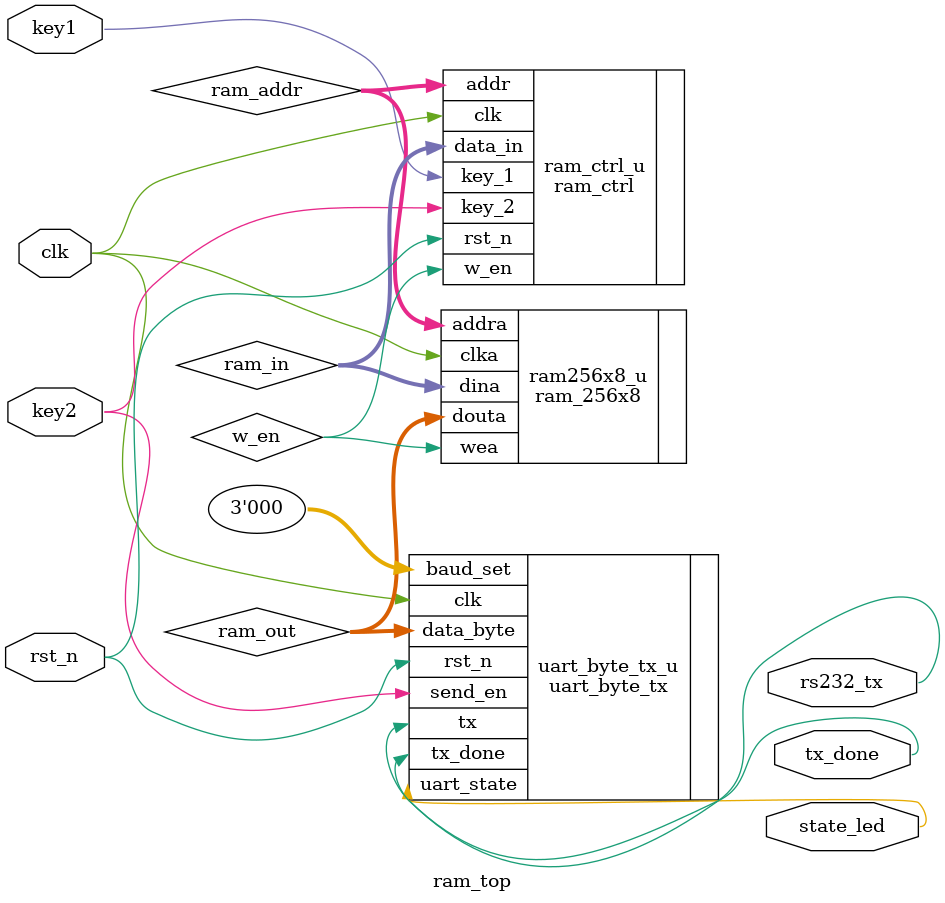
<source format=v>
`timescale 1ns / 1ps
module ram_top(
    input clk,
    input rst_n,
//    input key_1,
//    input key_2,

//仿真时去除按键消抖模块
    input key1, 
    input key2,

    output rs232_tx,
    output state_led,
    output tx_done
    );

    wire w_en;
    wire [7:0] ram_addr;
    wire [7:0] ram_in;
    wire [7:0] ram_out;

//    wire key_flag1, key_flag2, key_state1, key_state2;
//    wire key1, key2;
//    assign key1 = key_flag1 && !key_state1; 
//    assign key2 = key_flag2 && !key_state2;  

    ram_256x8 ram256x8_u (
        .clka(clk), // input clka
        .wea(w_en), // input [0 : 0] wea
        .addra(ram_addr), // input [7 : 0] addra
        .dina(ram_in), // input [7 : 0] dina
        .douta(ram_out) // output [7 : 0] douta
);

//    key_filter key_u1(
//        .clk(clk),
//        .rst_n(rst_n),
//        .key_in(key_1),
//        .key_flag(key_flag1),
//        .key_state(key_state1)
//        );
//
//    key_filter key_u2(
//        .clk(clk),
//        .rst_n(rst_n),
//        .key_in(key_2),
//        .key_flag(key_flag2),
//        .key_state(key_state2)
//        );

    ram_ctrl ram_ctrl_u(
    .key_1(key1),
    .rst_n(rst_n),
    .clk(clk),
    .key_2(key2),

    .w_en(w_en),
    .addr(ram_addr),
    .data_in(ram_in)
    );

    uart_byte_tx uart_byte_tx_u(
	.clk(clk),
	.rst_n(rst_n),
	.data_byte(ram_out),
	.send_en(key2),
	.baud_set(3'd0),

	.tx(rs232_tx),
	.tx_done(tx_done),
	.uart_state(state_led)
);

    


endmodule

</source>
